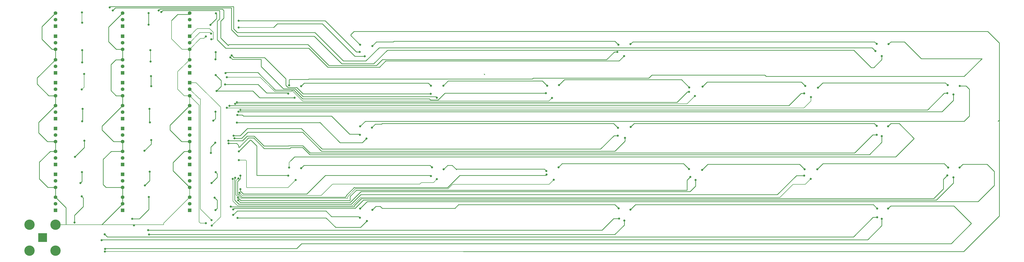
<source format=gbr>
%TF.GenerationSoftware,KiCad,Pcbnew,(6.0.8-1)-1*%
%TF.CreationDate,2023-04-06T11:00:11-04:00*%
%TF.ProjectId,Untitled,556e7469-746c-4656-942e-6b696361645f,rev?*%
%TF.SameCoordinates,Original*%
%TF.FileFunction,Copper,L2,Bot*%
%TF.FilePolarity,Positive*%
%FSLAX46Y46*%
G04 Gerber Fmt 4.6, Leading zero omitted, Abs format (unit mm)*
G04 Created by KiCad (PCBNEW (6.0.8-1)-1) date 2023-04-06 11:00:11*
%MOMM*%
%LPD*%
G01*
G04 APERTURE LIST*
%TA.AperFunction,ComponentPad*%
%ADD10R,1.397000X1.397000*%
%TD*%
%TA.AperFunction,ComponentPad*%
%ADD11C,1.397000*%
%TD*%
%TA.AperFunction,ComponentPad*%
%ADD12R,3.500000X3.500000*%
%TD*%
%TA.AperFunction,ComponentPad*%
%ADD13C,4.000000*%
%TD*%
%TA.AperFunction,ViaPad*%
%ADD14C,0.800000*%
%TD*%
%TA.AperFunction,Conductor*%
%ADD15C,0.200000*%
%TD*%
%TA.AperFunction,Conductor*%
%ADD16C,0.250000*%
%TD*%
G04 APERTURE END LIST*
D10*
%TO.P,REF\u002A\u002A,1*%
%TO.N,N/C*%
X7200000Y-59200000D03*
D11*
%TO.P,REF\u002A\u002A,2*%
X7200000Y-56660000D03*
%TO.P,REF\u002A\u002A,3*%
X7200000Y-54120000D03*
%TD*%
D10*
%TO.P,REF\u002A\u002A,1*%
%TO.N,N/C*%
X7250100Y-76987500D03*
D11*
%TO.P,REF\u002A\u002A,2*%
X7250100Y-74447500D03*
%TO.P,REF\u002A\u002A,3*%
X7250100Y-71907500D03*
%TD*%
D10*
%TO.P,REF\u002A\u002A,1*%
%TO.N,N/C*%
X7250100Y-112587500D03*
D11*
%TO.P,REF\u002A\u002A,2*%
X7250100Y-110047500D03*
%TO.P,REF\u002A\u002A,3*%
X7250100Y-107507500D03*
%TD*%
D10*
%TO.P,REF\u002A\u002A,1*%
%TO.N,N/C*%
X7250100Y-98612500D03*
D11*
%TO.P,REF\u002A\u002A,2*%
X7250100Y-101152500D03*
%TO.P,REF\u002A\u002A,3*%
X7250100Y-103692500D03*
%TD*%
D10*
%TO.P,REF\u002A\u002A,1*%
%TO.N,N/C*%
X7200000Y-45000000D03*
D11*
%TO.P,REF\u002A\u002A,2*%
X7200000Y-47540000D03*
%TO.P,REF\u002A\u002A,3*%
X7200000Y-50080000D03*
%TD*%
D10*
%TO.P,REF\u002A\u002A,1*%
%TO.N,N/C*%
X7250100Y-94787500D03*
D11*
%TO.P,REF\u002A\u002A,2*%
X7250100Y-92247500D03*
%TO.P,REF\u002A\u002A,3*%
X7250100Y-89707500D03*
%TD*%
D10*
%TO.P,REF\u002A\u002A,1*%
%TO.N,N/C*%
X7250100Y-41100000D03*
D11*
%TO.P,REF\u002A\u002A,2*%
X7250100Y-38560000D03*
%TO.P,REF\u002A\u002A,3*%
X7250100Y-36020000D03*
%TD*%
D10*
%TO.P,REF\u002A\u002A,1*%
%TO.N,N/C*%
X7250100Y-63012500D03*
D11*
%TO.P,REF\u002A\u002A,2*%
X7250100Y-65552500D03*
%TO.P,REF\u002A\u002A,3*%
X7250100Y-68092500D03*
%TD*%
D10*
%TO.P,REF\u002A\u002A,1*%
%TO.N,N/C*%
X7250100Y-80812500D03*
D11*
%TO.P,REF\u002A\u002A,2*%
X7250100Y-83352500D03*
%TO.P,REF\u002A\u002A,3*%
X7250100Y-85892500D03*
%TD*%
D10*
%TO.P,REF\u002A\u002A,1*%
%TO.N,N/C*%
X33250100Y-76987500D03*
D11*
%TO.P,REF\u002A\u002A,2*%
X33250100Y-74447500D03*
%TO.P,REF\u002A\u002A,3*%
X33250100Y-71907500D03*
%TD*%
D10*
%TO.P,REF\u002A\u002A,1*%
%TO.N,N/C*%
X33200000Y-59200000D03*
D11*
%TO.P,REF\u002A\u002A,2*%
X33200000Y-56660000D03*
%TO.P,REF\u002A\u002A,3*%
X33200000Y-54120000D03*
%TD*%
D10*
%TO.P,REF\u002A\u002A,1*%
%TO.N,N/C*%
X33250100Y-112587500D03*
D11*
%TO.P,REF\u002A\u002A,2*%
X33250100Y-110047500D03*
%TO.P,REF\u002A\u002A,3*%
X33250100Y-107507500D03*
%TD*%
D10*
%TO.P,REF\u002A\u002A,1*%
%TO.N,N/C*%
X33250100Y-63012500D03*
D11*
%TO.P,REF\u002A\u002A,2*%
X33250100Y-65552500D03*
%TO.P,REF\u002A\u002A,3*%
X33250100Y-68092500D03*
%TD*%
D10*
%TO.P,REF\u002A\u002A,1*%
%TO.N,N/C*%
X33250100Y-98612500D03*
D11*
%TO.P,REF\u002A\u002A,2*%
X33250100Y-101152500D03*
%TO.P,REF\u002A\u002A,3*%
X33250100Y-103692500D03*
%TD*%
D10*
%TO.P,REF\u002A\u002A,1*%
%TO.N,N/C*%
X33200000Y-45000000D03*
D11*
%TO.P,REF\u002A\u002A,2*%
X33200000Y-47540000D03*
%TO.P,REF\u002A\u002A,3*%
X33200000Y-50080000D03*
%TD*%
D10*
%TO.P,REF\u002A\u002A,1*%
%TO.N,N/C*%
X33250100Y-41100000D03*
D11*
%TO.P,REF\u002A\u002A,2*%
X33250100Y-38560000D03*
%TO.P,REF\u002A\u002A,3*%
X33250100Y-36020000D03*
%TD*%
D10*
%TO.P,REF\u002A\u002A,1*%
%TO.N,N/C*%
X33250100Y-80812500D03*
D11*
%TO.P,REF\u002A\u002A,2*%
X33250100Y-83352500D03*
%TO.P,REF\u002A\u002A,3*%
X33250100Y-85892500D03*
%TD*%
D10*
%TO.P,REF\u002A\u002A,1*%
%TO.N,N/C*%
X33250100Y-94787500D03*
D11*
%TO.P,REF\u002A\u002A,2*%
X33250100Y-92247500D03*
%TO.P,REF\u002A\u002A,3*%
X33250100Y-89707500D03*
%TD*%
D10*
%TO.P,REF\u002A\u002A,1*%
%TO.N,N/C*%
X59200000Y-59200000D03*
D11*
%TO.P,REF\u002A\u002A,2*%
X59200000Y-56660000D03*
%TO.P,REF\u002A\u002A,3*%
X59200000Y-54120000D03*
%TD*%
D12*
%TO.P,LEDs,1*%
%TO.N,N/C*%
X2200000Y-123200000D03*
D13*
%TO.P,LEDs,2*%
X-2825000Y-118175000D03*
X-2825000Y-128225000D03*
X7225000Y-128225000D03*
X7225000Y-118175000D03*
%TD*%
D10*
%TO.P,REF\u002A\u002A,1*%
%TO.N,N/C*%
X59250100Y-41100000D03*
D11*
%TO.P,REF\u002A\u002A,2*%
X59250100Y-38560000D03*
%TO.P,REF\u002A\u002A,3*%
X59250100Y-36020000D03*
%TD*%
D10*
%TO.P,REF\u002A\u002A,1*%
%TO.N,N/C*%
X59250100Y-76987500D03*
D11*
%TO.P,REF\u002A\u002A,2*%
X59250100Y-74447500D03*
%TO.P,REF\u002A\u002A,3*%
X59250100Y-71907500D03*
%TD*%
D10*
%TO.P,REF\u002A\u002A,1*%
%TO.N,N/C*%
X59250100Y-94787500D03*
D11*
%TO.P,REF\u002A\u002A,2*%
X59250100Y-92247500D03*
%TO.P,REF\u002A\u002A,3*%
X59250100Y-89707500D03*
%TD*%
D10*
%TO.P,REF\u002A\u002A,1*%
%TO.N,N/C*%
X59250100Y-112587500D03*
D11*
%TO.P,REF\u002A\u002A,2*%
X59250100Y-110047500D03*
%TO.P,REF\u002A\u002A,3*%
X59250100Y-107507500D03*
%TD*%
D10*
%TO.P,REF\u002A\u002A,1*%
%TO.N,N/C*%
X59250100Y-80812500D03*
D11*
%TO.P,REF\u002A\u002A,2*%
X59250100Y-83352500D03*
%TO.P,REF\u002A\u002A,3*%
X59250100Y-85892500D03*
%TD*%
D10*
%TO.P,REF\u002A\u002A,1*%
%TO.N,N/C*%
X59200000Y-45000000D03*
D11*
%TO.P,REF\u002A\u002A,2*%
X59200000Y-47540000D03*
%TO.P,REF\u002A\u002A,3*%
X59200000Y-50080000D03*
%TD*%
D10*
%TO.P,REF\u002A\u002A,1*%
%TO.N,N/C*%
X59250100Y-98612500D03*
D11*
%TO.P,REF\u002A\u002A,2*%
X59250100Y-101152500D03*
%TO.P,REF\u002A\u002A,3*%
X59250100Y-103692500D03*
%TD*%
D10*
%TO.P,REF\u002A\u002A,1*%
%TO.N,N/C*%
X59250100Y-63012500D03*
D11*
%TO.P,REF\u002A\u002A,2*%
X59250100Y-65552500D03*
%TO.P,REF\u002A\u002A,3*%
X59250100Y-68092500D03*
%TD*%
D14*
%TO.N,*%
X73600000Y-60900000D03*
X73100000Y-59300000D03*
X73600000Y-72800000D03*
X74600000Y-72000000D03*
X17400000Y-65700000D03*
X18300000Y-59700000D03*
X44300000Y-64400000D03*
X44200000Y-60500000D03*
X76600000Y-84600000D03*
X76200000Y-83600000D03*
X74200000Y-85600000D03*
X74300000Y-86600000D03*
X43600000Y-73200000D03*
X43800000Y-78500000D03*
X17700000Y-73200000D03*
X17600000Y-78000000D03*
X78900000Y-99100000D03*
X78100000Y-100200000D03*
X75900000Y-100400000D03*
X76800000Y-100000000D03*
X76800000Y-71300000D03*
X77500000Y-70700000D03*
X78100000Y-74300000D03*
X78900000Y-73600000D03*
X44100000Y-54800000D03*
X44000000Y-50400000D03*
X17600000Y-55200000D03*
X17600000Y-50400000D03*
X18400000Y-85600000D03*
X14750000Y-91850000D03*
X41700000Y-89500000D03*
X44300000Y-85300000D03*
X78000000Y-108700000D03*
X77900000Y-107700000D03*
X76100000Y-112200000D03*
X75100000Y-111100000D03*
X41900000Y-102900000D03*
X43700000Y-97600000D03*
X16900000Y-102000000D03*
X17500000Y-97800000D03*
X43500000Y-122000000D03*
X43100000Y-120300000D03*
X25100000Y-124200000D03*
X26300000Y-121900000D03*
X36950000Y-115850000D03*
X37600000Y-118400000D03*
X43400000Y-107400000D03*
X14600000Y-117300000D03*
X17400000Y-107200000D03*
X48200000Y-35600000D03*
X47200000Y-35000000D03*
X43300000Y-40500000D03*
X43300000Y-36000000D03*
X28200000Y-33800000D03*
X29400000Y-35000000D03*
X17500000Y-35800000D03*
X17600000Y-39800000D03*
X299900000Y-68600000D03*
X325400000Y-48000000D03*
X325400000Y-83300000D03*
X297300000Y-99100000D03*
X324900000Y-50800000D03*
X353100000Y-96000000D03*
X297700000Y-64300000D03*
X325600000Y-111900000D03*
X327400000Y-52700000D03*
X325600000Y-115300000D03*
X357600000Y-64300000D03*
X355100000Y-67600000D03*
X352900000Y-64000000D03*
X297300000Y-67200000D03*
X302600000Y-65000000D03*
X352800000Y-67100000D03*
X352800000Y-99000000D03*
X325400000Y-79800000D03*
X329800000Y-111900000D03*
X357500000Y-96000000D03*
X299800000Y-100400000D03*
X327400000Y-115900000D03*
X355100000Y-99800000D03*
X329800000Y-80000000D03*
X302400000Y-96700000D03*
X297500000Y-96700000D03*
X330000000Y-48100000D03*
X327400000Y-83800000D03*
X224900000Y-51100000D03*
X225100000Y-83600000D03*
X257800000Y-96900000D03*
X202300000Y-64000000D03*
X230000000Y-112300000D03*
X197400000Y-97300000D03*
X197700000Y-64200000D03*
X253200000Y-99600000D03*
X225200000Y-80600000D03*
X197200000Y-67100000D03*
X255200000Y-100800000D03*
X252800000Y-64900000D03*
X230000000Y-48100000D03*
X202100000Y-95900000D03*
X225400000Y-111800000D03*
X227600000Y-116600000D03*
X225600000Y-115800000D03*
X200300000Y-100700000D03*
X199600000Y-69000000D03*
X227900000Y-84500000D03*
X257900000Y-64600000D03*
X225300000Y-48300000D03*
X252700000Y-66600000D03*
X197500000Y-98700000D03*
X255000000Y-68200000D03*
X252700000Y-96600000D03*
X230100000Y-80200000D03*
X227500000Y-52700000D03*
X97700000Y-96000000D03*
X69300000Y-51200000D03*
X130000000Y-112400000D03*
X78170000Y-41630000D03*
X78300000Y-89700000D03*
X69200000Y-54000000D03*
X125100000Y-51100000D03*
X75000000Y-53200000D03*
X125300000Y-80000000D03*
X130000000Y-48800000D03*
X125300000Y-111900000D03*
X125200000Y-115500000D03*
X157500000Y-64200000D03*
X67800000Y-118500000D03*
X127000000Y-52800000D03*
X125200000Y-83300000D03*
X67500000Y-44000000D03*
X78200000Y-39000000D03*
X65500000Y-117600000D03*
X102400000Y-64400000D03*
X157600000Y-96700000D03*
X67400000Y-90300000D03*
X65500000Y-45100000D03*
X67300000Y-40600000D03*
X152700000Y-99300000D03*
X97700000Y-64100000D03*
X77790000Y-115510000D03*
X155000000Y-100500000D03*
X69100000Y-86300000D03*
X97400000Y-67300000D03*
X76100000Y-114400000D03*
X78300000Y-93100000D03*
X152700000Y-64200000D03*
X102400000Y-96200000D03*
X69200000Y-74300000D03*
X69600000Y-66251790D03*
X77700000Y-75600000D03*
X78500000Y-105800000D03*
X67700000Y-116400000D03*
X69400000Y-36100000D03*
X127900000Y-116700000D03*
X26437500Y-127600000D03*
X75500000Y-52500000D03*
X77541068Y-78558932D03*
X100300000Y-100800000D03*
X99900000Y-68900000D03*
X69300000Y-60100000D03*
X127700000Y-84700000D03*
X67700000Y-102000000D03*
X78900000Y-104400000D03*
X125300000Y-48300000D03*
X152600000Y-67400000D03*
X72900000Y-63711790D03*
X97400000Y-99100000D03*
X68400000Y-77800000D03*
X68900000Y-107700000D03*
X67600000Y-46200000D03*
X155000000Y-68900000D03*
X26337500Y-128600000D03*
X129800000Y-80500000D03*
X153100000Y-95900000D03*
X69200000Y-112500000D03*
X69300000Y-97800000D03*
%TD*%
D15*
%TO.N,*%
X49175000Y-118175000D02*
X25175000Y-118175000D01*
X25175000Y-118175000D02*
X7225000Y-118175000D01*
D16*
X33250100Y-110099900D02*
X25175000Y-118175000D01*
X33250100Y-107507500D02*
X33250100Y-110099900D01*
X11300000Y-111557400D02*
X11300000Y-118100000D01*
X7250100Y-107507500D02*
X11300000Y-111557400D01*
X128000000Y-109200000D02*
X125300000Y-111900000D01*
X357500000Y-96000000D02*
X358800000Y-94700000D01*
X358800000Y-94700000D02*
X368200000Y-94700000D01*
X368200000Y-94700000D02*
X371000000Y-97500000D01*
X371000000Y-97500000D02*
X371000000Y-102900000D01*
X371000000Y-102900000D02*
X364700000Y-109200000D01*
X364700000Y-109200000D02*
X128000000Y-109200000D01*
X353100000Y-96000000D02*
X351600000Y-94500000D01*
X351600000Y-94500000D02*
X304600000Y-94500000D01*
X304600000Y-94500000D02*
X302400000Y-96700000D01*
X352800000Y-99000000D02*
X351200000Y-100600000D01*
X347500000Y-108000000D02*
X125800000Y-108000000D01*
X125800000Y-108000000D02*
X123000000Y-110800000D01*
X351200000Y-100600000D02*
X351200000Y-104300000D01*
X351200000Y-104300000D02*
X347500000Y-108000000D01*
X123000000Y-110800000D02*
X123000000Y-111200000D01*
X123000000Y-111200000D02*
X75200000Y-111200000D01*
X75200000Y-111200000D02*
X75100000Y-111100000D01*
X355100000Y-99800000D02*
X355100000Y-102000000D01*
X355100000Y-102000000D02*
X348500000Y-108600000D01*
X126500000Y-108600000D02*
X123300000Y-111800000D01*
X348500000Y-108600000D02*
X126500000Y-108600000D01*
X123300000Y-111800000D02*
X76500000Y-111800000D01*
X76500000Y-111800000D02*
X76100000Y-112200000D01*
X355100000Y-67600000D02*
X355100000Y-69900000D01*
X355100000Y-69900000D02*
X350700000Y-74300000D01*
X350700000Y-74300000D02*
X78100000Y-74300000D01*
X352800000Y-67100000D02*
X351600000Y-67100000D01*
X351600000Y-67100000D02*
X345100000Y-73600000D01*
X345100000Y-73600000D02*
X78900000Y-73600000D01*
X352900000Y-64000000D02*
X352000000Y-63100000D01*
X304500000Y-63100000D02*
X302600000Y-65000000D01*
X352000000Y-63100000D02*
X304500000Y-63100000D01*
X357600000Y-64300000D02*
X360000000Y-64300000D01*
X360000000Y-64300000D02*
X361300000Y-65600000D01*
X361300000Y-65600000D02*
X361300000Y-67000000D01*
X330000000Y-48100000D02*
X330900000Y-47200000D01*
X330900000Y-47200000D02*
X336200000Y-47200000D01*
X336200000Y-47200000D02*
X342700000Y-53700000D01*
X342700000Y-53700000D02*
X366200000Y-53700000D01*
X366200000Y-53700000D02*
X359300000Y-60600000D01*
X359300000Y-60600000D02*
X298700000Y-60600000D01*
X77900000Y-45000000D02*
X75400000Y-42500000D01*
X324300000Y-57200000D02*
X323300000Y-57200000D01*
X327400000Y-54100000D02*
X324300000Y-57200000D01*
X327400000Y-52700000D02*
X327400000Y-54100000D01*
X323300000Y-57200000D02*
X316500000Y-50400000D01*
X316500000Y-50400000D02*
X135800000Y-50400000D01*
X135800000Y-50400000D02*
X130550000Y-55650000D01*
X130550000Y-55650000D02*
X118150000Y-55650000D01*
X118150000Y-55650000D02*
X107500000Y-45000000D01*
X107500000Y-45000000D02*
X77900000Y-45000000D01*
X75400000Y-42500000D02*
X75400000Y-34000000D01*
X75400000Y-34000000D02*
X30400000Y-34000000D01*
X30400000Y-34000000D02*
X29400000Y-35000000D01*
X323600000Y-49500000D02*
X132600000Y-49500000D01*
X127500000Y-54600000D02*
X118700000Y-54600000D01*
X118700000Y-54600000D02*
X107700000Y-43600000D01*
X76200000Y-33500000D02*
X28500000Y-33500000D01*
X324900000Y-50800000D02*
X323600000Y-49500000D01*
X132600000Y-49500000D02*
X127500000Y-54600000D01*
X107700000Y-43600000D02*
X77700000Y-43600000D01*
X77700000Y-43600000D02*
X76200000Y-42100000D01*
X76200000Y-42100000D02*
X76200000Y-33500000D01*
X28500000Y-33500000D02*
X28200000Y-33800000D01*
X325400000Y-48000000D02*
X324600000Y-47200000D01*
X324600000Y-47200000D02*
X230900000Y-47200000D01*
X230900000Y-47200000D02*
X230000000Y-48100000D01*
X330900000Y-78900000D02*
X334100000Y-78900000D01*
X339900000Y-84700000D02*
X332800000Y-91800000D01*
X329800000Y-80000000D02*
X330900000Y-78900000D01*
X334100000Y-78900000D02*
X339900000Y-84700000D01*
X332800000Y-91800000D02*
X105800000Y-91800000D01*
X325400000Y-79800000D02*
X324500000Y-78900000D01*
X324500000Y-78900000D02*
X231400000Y-78900000D01*
X231400000Y-78900000D02*
X230100000Y-80200000D01*
X325400000Y-83300000D02*
X323900000Y-83300000D01*
X323900000Y-83300000D02*
X316900000Y-90300000D01*
X316900000Y-90300000D02*
X105900000Y-90300000D01*
X105900000Y-90300000D02*
X103100000Y-87500000D01*
X103100000Y-87500000D02*
X97600000Y-87500000D01*
X97600000Y-87500000D02*
X97500000Y-87600000D01*
X97500000Y-87600000D02*
X88000000Y-87600000D01*
X88000000Y-87600000D02*
X84200000Y-83800000D01*
X81500000Y-83800000D02*
X79700000Y-85600000D01*
X84200000Y-83800000D02*
X81500000Y-83800000D01*
X79700000Y-85600000D02*
X74200000Y-85600000D01*
X103000000Y-88200000D02*
X98400000Y-88200000D01*
X327400000Y-83800000D02*
X327400000Y-86200000D01*
X105600000Y-90800000D02*
X103000000Y-88200000D01*
X322600000Y-91000000D02*
X105600000Y-91000000D01*
X105600000Y-91000000D02*
X105600000Y-90800000D01*
X327400000Y-86200000D02*
X322600000Y-91000000D01*
X98400000Y-88200000D02*
X98000000Y-88600000D01*
X98000000Y-88600000D02*
X88100000Y-88600000D01*
X88100000Y-88600000D02*
X84000000Y-84500000D01*
X84000000Y-84500000D02*
X82000000Y-84500000D01*
X82000000Y-84500000D02*
X78400000Y-88100000D01*
X78400000Y-88100000D02*
X78200000Y-88100000D01*
X78200000Y-88100000D02*
X78200000Y-87400000D01*
X78200000Y-87400000D02*
X77400000Y-86600000D01*
X77400000Y-86600000D02*
X74300000Y-86600000D01*
X329800000Y-111900000D02*
X330800000Y-110900000D01*
X330800000Y-110900000D02*
X355300000Y-110900000D01*
X355300000Y-110900000D02*
X362100000Y-117700000D01*
X362100000Y-117700000D02*
X354300000Y-125500000D01*
X354300000Y-125500000D02*
X147400000Y-125500000D01*
X325600000Y-111900000D02*
X324100000Y-110400000D01*
X324100000Y-110400000D02*
X231900000Y-110400000D01*
X231900000Y-110400000D02*
X230000000Y-112300000D01*
X325600000Y-115300000D02*
X324000000Y-115300000D01*
X324000000Y-115300000D02*
X316400000Y-122900000D01*
X27300000Y-122900000D02*
X26300000Y-121900000D01*
X316400000Y-122900000D02*
X27300000Y-122900000D01*
X327400000Y-115900000D02*
X327400000Y-118500000D01*
X321900000Y-124000000D02*
X25300000Y-124000000D01*
X327400000Y-118500000D02*
X321900000Y-124000000D01*
X25300000Y-124000000D02*
X25100000Y-124200000D01*
D15*
X255000000Y-68200000D02*
X251900000Y-71300000D01*
X251900000Y-71300000D02*
X76800000Y-71300000D01*
D16*
X252700000Y-66600000D02*
X252100000Y-66600000D01*
X252100000Y-66600000D02*
X248000000Y-70700000D01*
X248000000Y-70700000D02*
X77500000Y-70700000D01*
X252800000Y-64900000D02*
X249800000Y-61900000D01*
X204400000Y-61900000D02*
X202300000Y-64000000D01*
X249800000Y-61900000D02*
X204400000Y-61900000D01*
X257900000Y-64600000D02*
X259700000Y-62800000D01*
X259700000Y-62800000D02*
X296200000Y-62800000D01*
X296200000Y-62800000D02*
X297700000Y-64300000D01*
X297300000Y-67200000D02*
X296100000Y-67200000D01*
X74700000Y-71900000D02*
X74600000Y-72000000D01*
X296100000Y-67200000D02*
X291400000Y-71900000D01*
X291400000Y-71900000D02*
X74700000Y-71900000D01*
D15*
X299900000Y-68600000D02*
X299900000Y-70200000D01*
X299900000Y-70200000D02*
X297200000Y-72900000D01*
X297200000Y-72900000D02*
X73700000Y-72900000D01*
X73700000Y-72900000D02*
X73600000Y-72800000D01*
X299800000Y-100400000D02*
X297700000Y-102500000D01*
X297700000Y-102500000D02*
X293000000Y-102500000D01*
X293000000Y-102500000D02*
X287900000Y-107600000D01*
X287900000Y-107600000D02*
X125500000Y-107600000D01*
X125500000Y-107600000D02*
X122300000Y-110800000D01*
X122300000Y-110800000D02*
X77800000Y-110800000D01*
X77800000Y-110800000D02*
X76000000Y-109000000D01*
X76000000Y-109000000D02*
X76000000Y-100500000D01*
X76000000Y-100500000D02*
X75900000Y-100400000D01*
D16*
X297300000Y-99100000D02*
X294300000Y-99100000D01*
X78300000Y-110200000D02*
X76700000Y-108600000D01*
X286900000Y-106500000D02*
X125500000Y-106500000D01*
X125500000Y-106500000D02*
X121800000Y-110200000D01*
X294300000Y-99100000D02*
X286900000Y-106500000D01*
X121800000Y-110200000D02*
X78300000Y-110200000D01*
X76700000Y-108600000D02*
X76700000Y-100100000D01*
X76700000Y-100100000D02*
X76800000Y-100000000D01*
X297500000Y-96700000D02*
X295500000Y-94700000D01*
X295500000Y-94700000D02*
X260000000Y-94700000D01*
X260000000Y-94700000D02*
X257800000Y-96900000D01*
X203500000Y-94500000D02*
X202100000Y-95900000D01*
X252700000Y-96600000D02*
X250600000Y-94500000D01*
X250600000Y-94500000D02*
X203500000Y-94500000D01*
X255200000Y-100800000D02*
X255200000Y-103200000D01*
X253100000Y-105300000D02*
X125600000Y-105300000D01*
X125600000Y-105300000D02*
X121400000Y-109500000D01*
X121400000Y-109500000D02*
X78800000Y-109500000D01*
X255200000Y-103200000D02*
X253100000Y-105300000D01*
X78800000Y-109500000D02*
X78000000Y-108700000D01*
X251900000Y-104800000D02*
X123800000Y-104800000D01*
X253200000Y-99600000D02*
X251900000Y-100900000D01*
X251900000Y-100900000D02*
X251900000Y-104800000D01*
X123800000Y-104800000D02*
X121400000Y-107200000D01*
X121400000Y-107200000D02*
X121400000Y-108800000D01*
X121400000Y-108800000D02*
X79000000Y-108800000D01*
X79000000Y-108800000D02*
X77900000Y-107700000D01*
X225600000Y-115800000D02*
X223500000Y-115800000D01*
X219000000Y-120300000D02*
X43100000Y-120300000D01*
X223500000Y-115800000D02*
X219000000Y-120300000D01*
X223900000Y-122000000D02*
X43500000Y-122000000D01*
X227600000Y-116600000D02*
X227600000Y-118300000D01*
X227600000Y-118300000D02*
X223900000Y-122000000D01*
X224000000Y-110400000D02*
X163400000Y-110400000D01*
X162000000Y-111800000D02*
X133800000Y-111800000D01*
X133800000Y-111800000D02*
X133070000Y-111070000D01*
X163400000Y-110400000D02*
X162000000Y-111800000D01*
X225400000Y-111800000D02*
X224000000Y-110400000D01*
X133070000Y-111070000D02*
X131330000Y-111070000D01*
X131330000Y-111070000D02*
X130000000Y-112400000D01*
X133560000Y-79160000D02*
X131140000Y-79160000D01*
X225200000Y-80600000D02*
X223500000Y-78900000D01*
X223500000Y-78900000D02*
X133820000Y-78900000D01*
X133820000Y-78900000D02*
X133560000Y-79160000D01*
X131140000Y-79160000D02*
X129800000Y-80500000D01*
X78800000Y-83600000D02*
X76200000Y-83600000D01*
X225100000Y-83600000D02*
X223600000Y-83600000D01*
X223600000Y-83600000D02*
X218400000Y-88800000D01*
X110500000Y-88800000D02*
X102500000Y-80800000D01*
X218400000Y-88800000D02*
X110500000Y-88800000D01*
X102500000Y-80800000D02*
X81600000Y-80800000D01*
X81600000Y-80800000D02*
X78800000Y-83600000D01*
X227900000Y-85700000D02*
X224000000Y-89600000D01*
X110300000Y-89600000D02*
X103000000Y-82300000D01*
X224000000Y-89600000D02*
X110300000Y-89600000D01*
X227900000Y-84500000D02*
X227900000Y-85700000D01*
X103000000Y-82300000D02*
X81700000Y-82300000D01*
X81700000Y-82300000D02*
X79400000Y-84600000D01*
X79400000Y-84600000D02*
X76600000Y-84600000D01*
X197400000Y-97300000D02*
X196700000Y-96600000D01*
X196700000Y-96600000D02*
X162400000Y-96600000D01*
X197500000Y-98700000D02*
X197200000Y-99000000D01*
X197200000Y-99000000D02*
X163900000Y-99000000D01*
X78900000Y-100300000D02*
X78900000Y-99100000D01*
X163900000Y-99000000D02*
X159100000Y-103800000D01*
X79400000Y-107500000D02*
X78400000Y-106500000D01*
X78400000Y-106500000D02*
X77800000Y-106500000D01*
X77800000Y-106500000D02*
X77800000Y-101400000D01*
X159100000Y-103800000D02*
X123100000Y-103800000D01*
X123100000Y-103800000D02*
X123000000Y-103700000D01*
X119800000Y-106900000D02*
X119800000Y-107200000D01*
X119800000Y-107200000D02*
X119500000Y-107500000D01*
X123000000Y-103700000D02*
X119800000Y-106900000D01*
X119500000Y-107500000D02*
X79400000Y-107500000D01*
X77800000Y-101400000D02*
X78900000Y-100300000D01*
D15*
X200300000Y-100700000D02*
X198500000Y-102500000D01*
X198500000Y-102500000D02*
X161100000Y-102500000D01*
X161100000Y-102500000D02*
X159400000Y-104200000D01*
X159400000Y-104200000D02*
X123500000Y-104200000D01*
X123500000Y-104200000D02*
X120400000Y-107300000D01*
X120400000Y-107300000D02*
X120400000Y-107900000D01*
X120400000Y-107900000D02*
X79100000Y-107900000D01*
X79100000Y-107900000D02*
X78300000Y-107100000D01*
X78300000Y-107100000D02*
X77700000Y-107100000D01*
X77700000Y-107100000D02*
X77200000Y-106600000D01*
X77200000Y-106600000D02*
X77200000Y-101100000D01*
X77200000Y-101100000D02*
X78100000Y-100200000D01*
D16*
X159190000Y-95110000D02*
X160910000Y-95110000D01*
X157600000Y-96700000D02*
X159190000Y-95110000D01*
X160910000Y-95110000D02*
X162400000Y-96600000D01*
D15*
X153700000Y-101800000D02*
X149000000Y-101800000D01*
X155000000Y-100500000D02*
X153700000Y-101800000D01*
X149000000Y-101800000D02*
X148400000Y-102400000D01*
X148400000Y-102400000D02*
X114600000Y-102400000D01*
X114600000Y-102400000D02*
X110200000Y-106800000D01*
X110200000Y-106800000D02*
X79500000Y-106800000D01*
X79500000Y-106800000D02*
X78500000Y-105800000D01*
D16*
X152400000Y-99000000D02*
X111800000Y-99000000D01*
X111800000Y-99000000D02*
X104610000Y-106190000D01*
X152700000Y-99300000D02*
X152400000Y-99000000D01*
X104610000Y-106190000D02*
X89010000Y-106190000D01*
X103490000Y-95110000D02*
X102400000Y-96200000D01*
X153100000Y-95900000D02*
X152310000Y-95110000D01*
X152310000Y-95110000D02*
X103490000Y-95110000D01*
X112030352Y-112830352D02*
X77669648Y-112830352D01*
X124700000Y-115000000D02*
X114200000Y-115000000D01*
X125200000Y-115500000D02*
X124700000Y-115000000D01*
X114200000Y-115000000D02*
X112030352Y-112830352D01*
X77669648Y-112830352D02*
X76100000Y-114400000D01*
X125400000Y-119200000D02*
X115780000Y-119200000D01*
X127900000Y-116700000D02*
X125400000Y-119200000D01*
X115780000Y-119200000D02*
X112090000Y-115510000D01*
X112090000Y-115510000D02*
X77790000Y-115510000D01*
D15*
X97700000Y-96000000D02*
X97700000Y-94000000D01*
X97700000Y-94000000D02*
X98350000Y-93350000D01*
D16*
X97400000Y-99100000D02*
X97300000Y-99000000D01*
X97300000Y-99000000D02*
X85200000Y-99000000D01*
X85200000Y-99000000D02*
X85200000Y-87600000D01*
X85200000Y-87600000D02*
X82959886Y-85359886D01*
X82959886Y-85359886D02*
X82640114Y-85359886D01*
X82640114Y-85359886D02*
X78300000Y-89700000D01*
D15*
X81200000Y-103600000D02*
X81200000Y-93400000D01*
X100300000Y-100800000D02*
X97300000Y-103800000D01*
X97300000Y-103800000D02*
X81400000Y-103800000D01*
X81400000Y-103800000D02*
X81200000Y-103600000D01*
X81200000Y-93400000D02*
X80900000Y-93100000D01*
X80900000Y-93100000D02*
X78300000Y-93100000D01*
D16*
X125300000Y-80000000D02*
X127300000Y-78000000D01*
X359300000Y-78000000D02*
X361300000Y-76000000D01*
X127300000Y-78000000D02*
X359300000Y-78000000D01*
X361300000Y-76000000D02*
X361300000Y-67000000D01*
X124900000Y-83000000D02*
X121185000Y-83000000D01*
X125200000Y-83300000D02*
X124900000Y-83000000D01*
X121185000Y-83000000D02*
X114192500Y-76007500D01*
X109695000Y-78495000D02*
X109505000Y-78495000D01*
X127700000Y-84700000D02*
X126100000Y-86300000D01*
X117500000Y-86300000D02*
X109695000Y-78495000D01*
X126100000Y-86300000D02*
X117500000Y-86300000D01*
X130000000Y-48800000D02*
X131550000Y-47250000D01*
X131550000Y-47250000D02*
X138150000Y-47250000D01*
X138150000Y-47250000D02*
X138400000Y-47000000D01*
X138400000Y-47000000D02*
X224000000Y-47000000D01*
X224000000Y-47000000D02*
X225300000Y-48300000D01*
X121600000Y-44700000D02*
X121600000Y-44400000D01*
X125200000Y-48300000D02*
X121600000Y-44700000D01*
X125300000Y-48300000D02*
X125200000Y-48300000D01*
X121600000Y-44400000D02*
X122850000Y-43150000D01*
X122850000Y-43150000D02*
X368450000Y-43150000D01*
X368450000Y-43150000D02*
X372900000Y-47600000D01*
X372900000Y-47600000D02*
X372900000Y-77500000D01*
X124100000Y-51100000D02*
X125100000Y-51100000D01*
X125100000Y-51100000D02*
X123800000Y-51100000D01*
X123800000Y-51100000D02*
X111700000Y-39000000D01*
X111700000Y-39000000D02*
X78200000Y-39000000D01*
X127000000Y-52800000D02*
X123200000Y-52800000D01*
X123200000Y-52800000D02*
X110600000Y-40200000D01*
X93160000Y-40200000D02*
X91730000Y-41630000D01*
X110600000Y-40200000D02*
X93160000Y-40200000D01*
X69900000Y-46400000D02*
X69900000Y-39200000D01*
X227500000Y-52700000D02*
X225600000Y-54600000D01*
X70800000Y-35000000D02*
X48800000Y-35000000D01*
X225600000Y-54600000D02*
X135200000Y-54600000D01*
X132800000Y-57000000D02*
X112700000Y-57000000D01*
X112700000Y-57000000D02*
X105350000Y-49650000D01*
X69900000Y-39200000D02*
X70800000Y-38300000D01*
X135200000Y-54600000D02*
X132800000Y-57000000D01*
X105350000Y-49650000D02*
X73150000Y-49650000D01*
X73150000Y-49650000D02*
X69900000Y-46400000D01*
X70800000Y-38300000D02*
X70800000Y-35000000D01*
X48800000Y-35000000D02*
X48200000Y-35600000D01*
X224900000Y-51100000D02*
X223800000Y-51100000D01*
X223800000Y-51100000D02*
X220800000Y-54100000D01*
X220800000Y-54100000D02*
X133900000Y-54100000D01*
X133900000Y-54100000D02*
X131650000Y-56350000D01*
X131650000Y-56350000D02*
X113150000Y-56350000D01*
X113150000Y-56350000D02*
X105000000Y-48200000D01*
X105000000Y-48200000D02*
X74500000Y-48200000D01*
X74500000Y-48200000D02*
X74100000Y-48600000D01*
X74100000Y-48600000D02*
X71200000Y-45700000D01*
X47700000Y-34500000D02*
X47200000Y-35000000D01*
X71200000Y-45700000D02*
X71200000Y-39200000D01*
X71200000Y-39200000D02*
X72400000Y-38000000D01*
X72400000Y-38000000D02*
X72400000Y-35000000D01*
X72400000Y-35000000D02*
X71900000Y-34500000D01*
X71900000Y-34500000D02*
X47700000Y-34500000D01*
D15*
X73600000Y-60900000D02*
X86600000Y-60900000D01*
X86600000Y-60900000D02*
X92200000Y-66500000D01*
X92200000Y-66500000D02*
X98600000Y-66500000D01*
X98600000Y-66500000D02*
X98800000Y-66300000D01*
X98800000Y-66300000D02*
X99100000Y-66300000D01*
X99100000Y-66300000D02*
X103000000Y-70200000D01*
X103000000Y-70200000D02*
X198400000Y-70200000D01*
X198400000Y-70200000D02*
X199600000Y-69000000D01*
D16*
X197200000Y-67100000D02*
X158100000Y-67100000D01*
X158100000Y-67100000D02*
X155500000Y-69700000D01*
X155500000Y-69700000D02*
X152500000Y-69700000D01*
X152500000Y-69700000D02*
X152100000Y-69300000D01*
X152100000Y-69300000D02*
X103000000Y-69300000D01*
X103000000Y-69300000D02*
X99600000Y-65900000D01*
X99600000Y-65900000D02*
X92400000Y-65900000D01*
X92400000Y-65900000D02*
X85600000Y-59100000D01*
X85600000Y-59100000D02*
X73300000Y-59100000D01*
X73300000Y-59100000D02*
X73100000Y-59300000D01*
X154600000Y-68500000D02*
X103200000Y-68500000D01*
X103200000Y-68500000D02*
X100100000Y-65400000D01*
X95500000Y-65400000D02*
X86900000Y-56800000D01*
X100100000Y-65400000D02*
X95500000Y-65400000D01*
X152600000Y-67400000D02*
X103200000Y-67400000D01*
X103200000Y-67400000D02*
X100700000Y-64900000D01*
X97300000Y-64900000D02*
X96500000Y-64100000D01*
X100700000Y-64900000D02*
X97300000Y-64900000D01*
X96500000Y-64100000D02*
X96500000Y-61500000D01*
X96500000Y-61500000D02*
X88300000Y-53300000D01*
X88300000Y-53300000D02*
X76300000Y-53300000D01*
X76300000Y-53300000D02*
X75500000Y-52500000D01*
X157500000Y-64200000D02*
X159300000Y-62400000D01*
X159300000Y-62400000D02*
X195900000Y-62400000D01*
X195900000Y-62400000D02*
X197700000Y-64200000D01*
X103600000Y-63200000D02*
X102400000Y-64400000D01*
X152700000Y-64200000D02*
X151700000Y-63200000D01*
X151700000Y-63200000D02*
X103600000Y-63200000D01*
X75800000Y-54000000D02*
X86900000Y-54000000D01*
X86900000Y-56800000D02*
X86900000Y-54000000D01*
X155000000Y-68900000D02*
X154600000Y-68500000D01*
X99900000Y-68900000D02*
X86340000Y-68900000D01*
X83691790Y-66251790D02*
X69600000Y-66251790D01*
X86340000Y-68900000D02*
X83691790Y-66251790D01*
X97700000Y-64100000D02*
X97700000Y-62000000D01*
X97700000Y-62000000D02*
X97900000Y-61800000D01*
X97900000Y-61800000D02*
X105200000Y-61800000D01*
X105200000Y-61800000D02*
X105400000Y-61600000D01*
X105400000Y-61600000D02*
X192000000Y-61600000D01*
X192000000Y-61600000D02*
X192300000Y-61300000D01*
X192300000Y-61300000D02*
X237100000Y-61300000D01*
X237100000Y-61300000D02*
X238300000Y-60100000D01*
X238300000Y-60100000D02*
X282100000Y-60100000D01*
X282100000Y-60100000D02*
X282600000Y-60600000D01*
X282600000Y-60600000D02*
X298700000Y-60600000D01*
X97400000Y-67300000D02*
X97160000Y-67060000D01*
X97160000Y-67060000D02*
X89060000Y-67060000D01*
X89060000Y-67060000D02*
X85711790Y-63711790D01*
X85711790Y-63711790D02*
X72900000Y-63711790D01*
X75000000Y-53200000D02*
X75800000Y-54000000D01*
X105400000Y-91800000D02*
X105800000Y-91800000D01*
D15*
X98350000Y-93350000D02*
X98500000Y-93200000D01*
D16*
X105800000Y-91800000D02*
X99900000Y-91800000D01*
X99900000Y-91800000D02*
X98350000Y-93350000D01*
X173500000Y-59900000D02*
X173300000Y-59700000D01*
X298700000Y-60600000D02*
X298300000Y-60600000D01*
X361300000Y-67000000D02*
X361300000Y-67700000D01*
X372900000Y-77500000D02*
X372900000Y-114800000D01*
X372400000Y-78000000D02*
X372900000Y-77500000D01*
X44200000Y-60500000D02*
X44200000Y-64300000D01*
X44200000Y-64300000D02*
X44300000Y-64400000D01*
D15*
X18300000Y-59700000D02*
X18300000Y-64800000D01*
X18300000Y-64800000D02*
X17400000Y-65700000D01*
D16*
X43600000Y-73200000D02*
X43600000Y-78300000D01*
X43600000Y-78300000D02*
X43800000Y-78500000D01*
X17700000Y-73200000D02*
X17700000Y-77900000D01*
X17700000Y-77900000D02*
X17600000Y-78000000D01*
X78900000Y-99100000D02*
X78800000Y-99000000D01*
X78900000Y-104400000D02*
X78900000Y-105100000D01*
X78900000Y-105100000D02*
X79990000Y-106190000D01*
X79990000Y-106190000D02*
X89010000Y-106190000D01*
X67700000Y-102000000D02*
X69900000Y-99800000D01*
X69900000Y-99800000D02*
X69900000Y-98400000D01*
X69900000Y-98400000D02*
X69300000Y-97800000D01*
D15*
X44000000Y-50400000D02*
X44100000Y-50500000D01*
X44100000Y-50500000D02*
X44100000Y-54800000D01*
D16*
X17600000Y-50400000D02*
X17600000Y-55200000D01*
X67300000Y-40600000D02*
X67300000Y-40500000D01*
X67300000Y-40500000D02*
X69600000Y-38200000D01*
X69600000Y-38200000D02*
X69600000Y-36300000D01*
X69600000Y-36300000D02*
X69400000Y-36100000D01*
X14750000Y-91850000D02*
X18400000Y-88200000D01*
X18400000Y-88200000D02*
X18400000Y-85600000D01*
X44300000Y-85300000D02*
X44300000Y-86900000D01*
X44300000Y-86900000D02*
X41700000Y-89500000D01*
X17500000Y-97800000D02*
X17500000Y-101400000D01*
X17500000Y-101400000D02*
X16900000Y-102000000D01*
X43700000Y-97600000D02*
X43700000Y-101100000D01*
X43700000Y-101100000D02*
X41900000Y-102900000D01*
X14600000Y-114500000D02*
X18000000Y-111100000D01*
X14600000Y-117300000D02*
X14600000Y-114500000D01*
X18000000Y-111100000D02*
X18000000Y-107800000D01*
X18000000Y-107800000D02*
X17400000Y-107200000D01*
X36950000Y-115850000D02*
X39750000Y-115850000D01*
X39750000Y-115850000D02*
X43400000Y-112200000D01*
X43400000Y-112200000D02*
X43400000Y-107400000D01*
X162600000Y-96800000D02*
X162400000Y-96600000D01*
X147500000Y-125500000D02*
X147400000Y-125500000D01*
X147400000Y-125500000D02*
X102600000Y-125500000D01*
D15*
X78170000Y-41630000D02*
X91730000Y-41630000D01*
D16*
X372900000Y-114800000D02*
X359100000Y-128600000D01*
X359100000Y-128600000D02*
X165200000Y-128600000D01*
D15*
X79100000Y-128600000D02*
X165200000Y-128600000D01*
X79900000Y-128600000D02*
X79100000Y-128600000D01*
D16*
X43300000Y-36000000D02*
X43300000Y-40500000D01*
D15*
X17500000Y-35800000D02*
X17500000Y-39700000D01*
X17500000Y-39700000D02*
X17600000Y-39800000D01*
D16*
X102600000Y-125500000D02*
X100700000Y-127400000D01*
X100700000Y-127400000D02*
X26637500Y-127400000D01*
X26637500Y-127400000D02*
X26437500Y-127600000D01*
D15*
X79100000Y-128600000D02*
X26337500Y-128600000D01*
D16*
X30780000Y-50080000D02*
X27800000Y-47100000D01*
X33200000Y-50080000D02*
X30780000Y-50080000D01*
X27800000Y-47100000D02*
X27800000Y-41470100D01*
X27800000Y-41470100D02*
X33250100Y-36020000D01*
X33200000Y-54120000D02*
X33200000Y-50080000D01*
X33250100Y-68092500D02*
X30692500Y-68092500D01*
X30692500Y-68092500D02*
X28700000Y-66100000D01*
X28700000Y-66100000D02*
X28700000Y-56000000D01*
X28700000Y-56000000D02*
X30580000Y-54120000D01*
X30580000Y-54120000D02*
X33200000Y-54120000D01*
X33250100Y-71907500D02*
X33250100Y-68092500D01*
X29792500Y-85892500D02*
X25300000Y-81400000D01*
X33250100Y-85892500D02*
X29792500Y-85892500D01*
X25300000Y-79857600D02*
X33250100Y-71907500D01*
X25300000Y-81400000D02*
X25300000Y-79857600D01*
X33250100Y-89707500D02*
X33250100Y-85892500D01*
X33250100Y-103692500D02*
X26792500Y-103692500D01*
X26792500Y-103692500D02*
X25700000Y-102600000D01*
X25700000Y-102600000D02*
X25700000Y-92800000D01*
X25700000Y-92800000D02*
X28792500Y-89707500D01*
X28792500Y-89707500D02*
X33250100Y-89707500D01*
X33250100Y-107507500D02*
X33250100Y-103692500D01*
X5880000Y-50080000D02*
X2000000Y-46200000D01*
X2000000Y-41270100D02*
X7250100Y-36020000D01*
X7200000Y-50080000D02*
X5880000Y-50080000D01*
X2000000Y-46200000D02*
X2000000Y-41270100D01*
X7200000Y-54120000D02*
X7200000Y-50080000D01*
X4592500Y-68092500D02*
X100000Y-63600000D01*
X7250100Y-68092500D02*
X4592500Y-68092500D01*
X100000Y-61220000D02*
X7200000Y-54120000D01*
X100000Y-63600000D02*
X100000Y-61220000D01*
X7250100Y-71907500D02*
X7250100Y-68092500D01*
X4092500Y-85892500D02*
X700000Y-82500000D01*
X7250100Y-85892500D02*
X4092500Y-85892500D01*
X700000Y-82500000D02*
X700000Y-78457600D01*
X700000Y-78457600D02*
X7250100Y-71907500D01*
X7250100Y-89707500D02*
X7250100Y-85892500D01*
X7250100Y-103692500D02*
X4292500Y-103692500D01*
X4292500Y-103692500D02*
X1000000Y-100400000D01*
X1000000Y-100400000D02*
X1000000Y-93900000D01*
X5192500Y-89707500D02*
X7250100Y-89707500D01*
X1000000Y-93900000D02*
X5192500Y-89707500D01*
X7250100Y-107507500D02*
X7250100Y-103692500D01*
D15*
X63140000Y-43600000D02*
X59200000Y-47540000D01*
D16*
X69900000Y-111800000D02*
X69900000Y-108700000D01*
D15*
X68400000Y-43500000D02*
X68400000Y-46100000D01*
D16*
X71400000Y-64451790D02*
X69600000Y-66251790D01*
X69900000Y-108700000D02*
X68900000Y-107700000D01*
D15*
X57092500Y-68092500D02*
X59250100Y-68092500D01*
D16*
X69300000Y-53900000D02*
X69200000Y-54000000D01*
D15*
X59250100Y-68092500D02*
X59250100Y-71907500D01*
D16*
X68400000Y-77800000D02*
X69200000Y-77000000D01*
X77541068Y-78558932D02*
X109641068Y-78558932D01*
D15*
X52200000Y-38890000D02*
X52245000Y-38845000D01*
D16*
X69300000Y-60100000D02*
X71400000Y-62200000D01*
X77700000Y-75600000D02*
X79600000Y-75600000D01*
D15*
X59250100Y-107507500D02*
X49175000Y-117582600D01*
X62900000Y-71742400D02*
X62900000Y-117100000D01*
X61600000Y-42600000D02*
X59200000Y-45000000D01*
X59250100Y-68092500D02*
X62900000Y-71742400D01*
X54600000Y-58720000D02*
X54600000Y-65600000D01*
D16*
X69200000Y-112500000D02*
X69900000Y-111800000D01*
D15*
X62900000Y-117100000D02*
X63400000Y-117600000D01*
X62997600Y-69300000D02*
X59250100Y-65552500D01*
D16*
X59250100Y-85892500D02*
X59250100Y-89707500D01*
D15*
X71200000Y-72500000D02*
X61712500Y-63012500D01*
D16*
X59250100Y-85892500D02*
X56092500Y-85892500D01*
X56092500Y-85892500D02*
X51600000Y-81400000D01*
X67400000Y-90300000D02*
X67400000Y-88000000D01*
D15*
X62187500Y-42012500D02*
X66912500Y-42012500D01*
D16*
X51600000Y-79557600D02*
X59250100Y-71907500D01*
D15*
X67700000Y-116400000D02*
X63400000Y-112100000D01*
X59200000Y-54120000D02*
X54600000Y-58720000D01*
D16*
X52800000Y-94000000D02*
X52800000Y-97242400D01*
D15*
X63400000Y-112100000D02*
X63400000Y-69300000D01*
X68300000Y-46200000D02*
X68400000Y-46100000D01*
X71200000Y-115100000D02*
X71200000Y-72500000D01*
D16*
X71400000Y-62200000D02*
X71400000Y-64451790D01*
D15*
X66912500Y-42012500D02*
X68400000Y-43500000D01*
X61787500Y-42412500D02*
X61600000Y-42600000D01*
X59200000Y-50080000D02*
X56280000Y-50080000D01*
D16*
X57092500Y-89707500D02*
X52800000Y-94000000D01*
D15*
X61587500Y-63012500D02*
X60987500Y-63012500D01*
D16*
X67400000Y-88000000D02*
X69100000Y-86300000D01*
X109641068Y-78558932D02*
X109700000Y-78500000D01*
D15*
X64710000Y-45890000D02*
X63390000Y-45890000D01*
X60987500Y-63012500D02*
X59250100Y-63012500D01*
D16*
X59250100Y-89707500D02*
X57092500Y-89707500D01*
D15*
X59200000Y-50080000D02*
X63390000Y-45890000D01*
X54600000Y-65600000D02*
X57092500Y-68092500D01*
X56280000Y-50080000D02*
X52200000Y-46000000D01*
D16*
X52245000Y-38845000D02*
X54532494Y-36557506D01*
D15*
X59250100Y-103692500D02*
X59250100Y-107507500D01*
X63400000Y-117600000D02*
X65500000Y-117600000D01*
X61600000Y-42600000D02*
X62187500Y-42012500D01*
D16*
X69200000Y-77000000D02*
X69200000Y-74300000D01*
X79600000Y-75600000D02*
X80018932Y-76018932D01*
X54532494Y-36557506D02*
X59270100Y-36557506D01*
D15*
X65500000Y-45100000D02*
X64710000Y-45890000D01*
X63400000Y-69300000D02*
X62997600Y-69300000D01*
D16*
X80018932Y-76018932D02*
X114181068Y-76018932D01*
D15*
X52200000Y-46000000D02*
X52200000Y-38890000D01*
D16*
X52800000Y-97242400D02*
X59250100Y-103692500D01*
X51600000Y-81400000D02*
X51600000Y-79557600D01*
D15*
X67600000Y-46200000D02*
X68300000Y-46200000D01*
X63390000Y-45890000D02*
X63480000Y-45800000D01*
X61712500Y-63012500D02*
X60987500Y-63012500D01*
X67100000Y-43600000D02*
X63140000Y-43600000D01*
D16*
X88650000Y-106190000D02*
X89010000Y-106190000D01*
D15*
X67800000Y-118500000D02*
X71200000Y-115100000D01*
X49175000Y-117582600D02*
X49175000Y-118175000D01*
X67500000Y-44000000D02*
X67100000Y-43600000D01*
D16*
X69300000Y-51200000D02*
X69300000Y-53900000D01*
D15*
X59647500Y-65552500D02*
X59250100Y-65552500D01*
X59200000Y-54120000D02*
X59200000Y-50080000D01*
%TD*%
M02*

</source>
